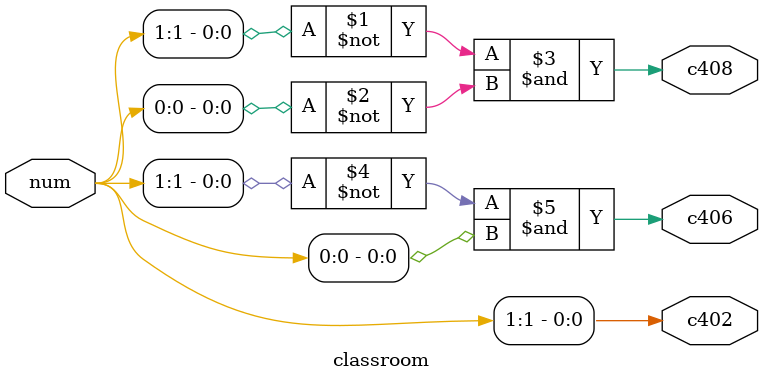
<source format=v>
`timescale 1ns / 1ps


module classroom(
    input[1:0] num,
    output c408,
    output c406,
    output c402
    );
    assign c408 = ~num[1] & ~num[0];
    assign c406 = ~num[1] & num[0];
    assign c402 = num[1];
endmodule

</source>
